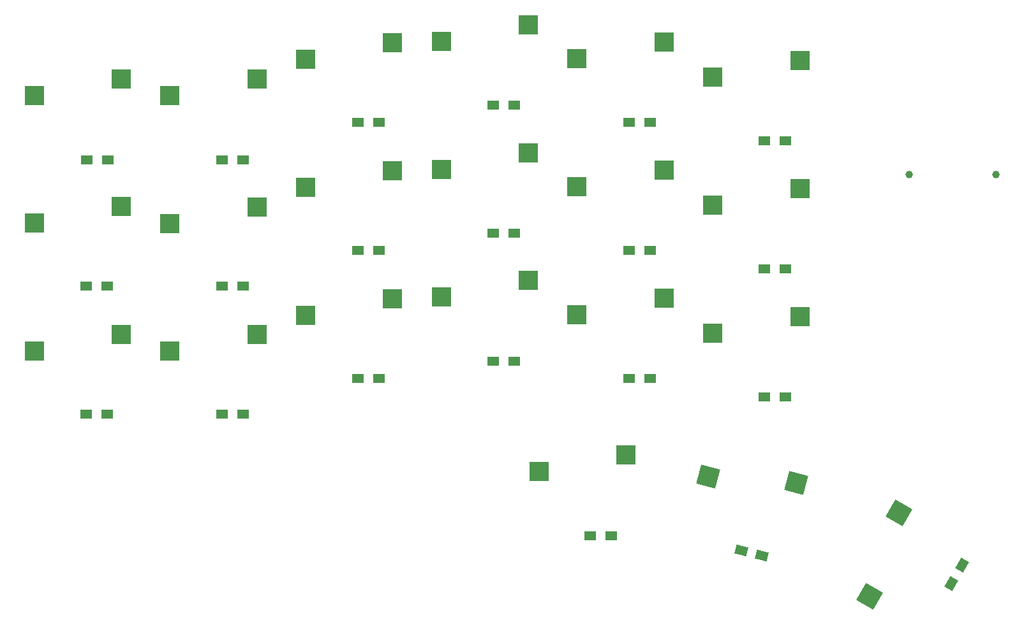
<source format=gbr>
%TF.GenerationSoftware,KiCad,Pcbnew,(6.0.0)*%
%TF.CreationDate,2023-02-19T18:14:09-06:00*%
%TF.ProjectId,corne-chocolate,636f726e-652d-4636-986f-636f6c617465,1.0*%
%TF.SameCoordinates,Original*%
%TF.FileFunction,Paste,Top*%
%TF.FilePolarity,Positive*%
%FSLAX46Y46*%
G04 Gerber Fmt 4.6, Leading zero omitted, Abs format (unit mm)*
G04 Created by KiCad (PCBNEW (6.0.0)) date 2023-02-19 18:14:09*
%MOMM*%
%LPD*%
G01*
G04 APERTURE LIST*
G04 Aperture macros list*
%AMRotRect*
0 Rectangle, with rotation*
0 The origin of the aperture is its center*
0 $1 length*
0 $2 width*
0 $3 Rotation angle, in degrees counterclockwise*
0 Add horizontal line*
21,1,$1,$2,0,0,$3*%
G04 Aperture macros list end*
%ADD10C,1.000000*%
%ADD11R,1.600000X1.200000*%
%ADD12RotRect,1.600000X1.200000X345.000000*%
%ADD13RotRect,1.600000X1.200000X60.000000*%
%ADD14R,2.600000X2.600000*%
%ADD15RotRect,2.600000X2.600000X165.000000*%
%ADD16RotRect,2.600000X2.600000X240.000000*%
G04 APERTURE END LIST*
D10*
%TO.C,U1*%
X-455400Y-17953700D03*
X-11985400Y-17953700D03*
%TD*%
D11*
%TO.C,D1*%
X-118325000Y-16000000D03*
X-121125000Y-16000000D03*
%TD*%
%TO.C,D2*%
X-100325000Y-16000000D03*
X-103125000Y-16000000D03*
%TD*%
%TO.C,D3*%
X-82350000Y-11000000D03*
X-85150000Y-11000000D03*
%TD*%
%TO.C,D4*%
X-64375000Y-8750000D03*
X-67175000Y-8750000D03*
%TD*%
%TO.C,D5*%
X-46325000Y-11000000D03*
X-49125000Y-11000000D03*
%TD*%
%TO.C,D6*%
X-28375000Y-13500000D03*
X-31175000Y-13500000D03*
%TD*%
%TO.C,D8*%
X-100375000Y-32750000D03*
X-103175000Y-32750000D03*
%TD*%
%TO.C,D9*%
X-82350000Y-28000000D03*
X-85150000Y-28000000D03*
%TD*%
%TO.C,D10*%
X-64350000Y-25750000D03*
X-67150000Y-25750000D03*
%TD*%
%TO.C,D11*%
X-46350000Y-28000000D03*
X-49150000Y-28000000D03*
%TD*%
%TO.C,D12*%
X-28375000Y-30500000D03*
X-31175000Y-30500000D03*
%TD*%
%TO.C,D14*%
X-100375000Y-49750000D03*
X-103175000Y-49750000D03*
%TD*%
%TO.C,D15*%
X-82350000Y-45000000D03*
X-85150000Y-45000000D03*
%TD*%
%TO.C,D16*%
X-64375000Y-42750000D03*
X-67175000Y-42750000D03*
%TD*%
%TO.C,D17*%
X-46325000Y-45000000D03*
X-49125000Y-45000000D03*
%TD*%
%TO.C,D18*%
X-28375000Y-47500000D03*
X-31175000Y-47500000D03*
%TD*%
%TO.C,D19*%
X-51525000Y-65949000D03*
X-54325000Y-65949000D03*
%TD*%
D12*
%TO.C,D20*%
X-31537704Y-68602347D03*
X-34242296Y-67877653D03*
%TD*%
D13*
%TO.C,D21*%
X-4963000Y-69873564D03*
X-6363000Y-72298436D03*
%TD*%
D14*
%TO.C,SW1*%
X-116522200Y-5219600D03*
X-128072200Y-7419600D03*
%TD*%
%TO.C,SW2*%
X-98528100Y-5223400D03*
X-110078100Y-7423400D03*
%TD*%
%TO.C,SW3*%
X-80514000Y-446600D03*
X-92064000Y-2646600D03*
%TD*%
%TO.C,SW4*%
X-62504000Y1963200D03*
X-74054000Y-236800D03*
%TD*%
%TO.C,SW5*%
X-44488000Y-357900D03*
X-56038000Y-2557900D03*
%TD*%
%TO.C,SW6*%
X-26475000Y-2758900D03*
X-38025000Y-4958900D03*
%TD*%
%TO.C,SW7*%
X-116522200Y-22202500D03*
X-128072200Y-24402500D03*
%TD*%
%TO.C,SW8*%
X-98528100Y-22237000D03*
X-110078100Y-24437000D03*
%TD*%
%TO.C,SW9*%
X-80512000Y-17435200D03*
X-92062000Y-19635200D03*
%TD*%
%TO.C,SW10*%
X-62497000Y-15038000D03*
X-74047000Y-17238000D03*
%TD*%
%TO.C,SW11*%
X-44488000Y-17372700D03*
X-56038000Y-19572700D03*
%TD*%
%TO.C,SW12*%
X-26475000Y-19800000D03*
X-38025000Y-22000000D03*
%TD*%
%TO.C,SW13*%
X-116522200Y-39233000D03*
X-128072200Y-41433000D03*
%TD*%
%TO.C,SW14*%
X-98528100Y-39221000D03*
X-110078100Y-41421000D03*
%TD*%
%TO.C,SW15*%
X-80511000Y-34448000D03*
X-92061000Y-36648000D03*
%TD*%
%TO.C,SW16*%
X-62508000Y-32027000D03*
X-74058000Y-34227000D03*
%TD*%
%TO.C,SW17*%
X-44488000Y-34364000D03*
X-56038000Y-36564000D03*
%TD*%
%TO.C,SW19*%
X-49540000Y-55200000D03*
X-61090000Y-57400000D03*
%TD*%
D15*
%TO.C,SW20*%
X-26932620Y-58963374D03*
X-38658465Y-58099051D03*
%TD*%
D16*
%TO.C,SW21*%
X-13330351Y-62888767D03*
X-17200095Y-73991360D03*
%TD*%
D14*
%TO.C,SW18*%
X-26468000Y-36790000D03*
X-38018000Y-38990000D03*
%TD*%
D11*
%TO.C,D13*%
X-118375000Y-49750000D03*
X-121175000Y-49750000D03*
%TD*%
%TO.C,D7*%
X-118375000Y-32750000D03*
X-121175000Y-32750000D03*
%TD*%
M02*

</source>
